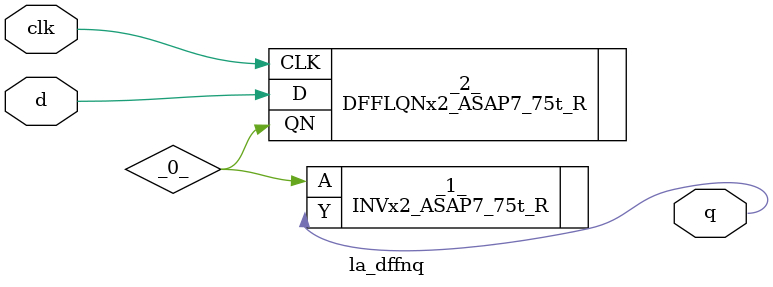
<source format=v>

/* Generated by Yosys 0.37 (git sha1 a5c7f69ed, clang 14.0.0-1ubuntu1.1 -fPIC -Os) */

module la_dffnq(d, clk, q);
  wire _0_;
  input clk;
  wire clk;
  input d;
  wire d;
  output q;
  wire q;
  INVx2_ASAP7_75t_R _1_ (
    .A(_0_),
    .Y(q)
  );
  DFFLQNx2_ASAP7_75t_R _2_ (
    .CLK(clk),
    .D(d),
    .QN(_0_)
  );
endmodule

</source>
